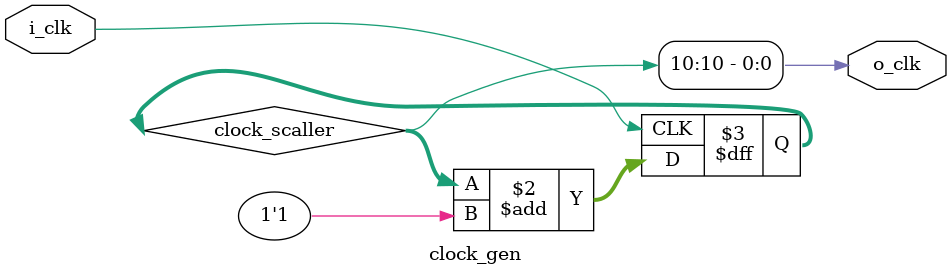
<source format=v>

module clock_gen(
input    i_clk,
output   o_clk
);


reg [10:0] clock_scaller;

assign o_clk = clock_scaller[10];


always @(posedge i_clk)
begin
    clock_scaller  <=   clock_scaller + 1'b1;
end

endmodule

</source>
